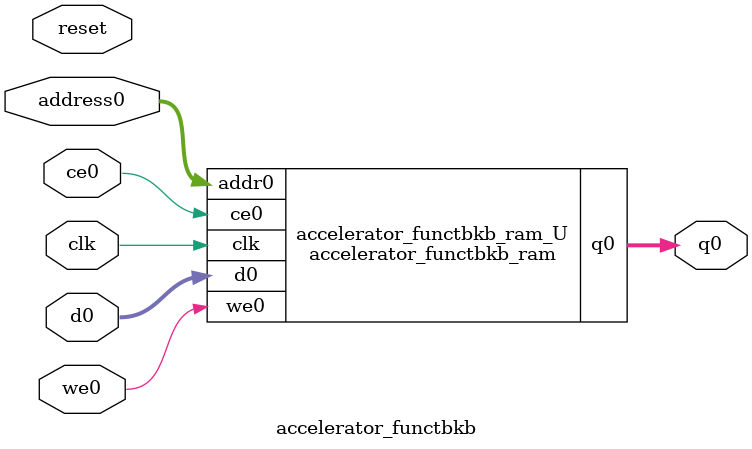
<source format=v>

`timescale 1 ns / 1 ps
module accelerator_functbkb_ram (addr0, ce0, d0, we0, q0,  clk);

parameter DWIDTH = 32;
parameter AWIDTH = 17;
parameter MEM_SIZE = 78400;

input[AWIDTH-1:0] addr0;
input ce0;
input[DWIDTH-1:0] d0;
input we0;
output reg[DWIDTH-1:0] q0;
input clk;

(* ram_style = "block" *)reg [DWIDTH-1:0] ram[0:MEM_SIZE-1];




always @(posedge clk)  
begin 
    if (ce0) 
    begin
        if (we0) 
        begin 
            ram[addr0] <= d0; 
            q0 <= d0;
        end 
        else 
            q0 <= ram[addr0];
    end
end


endmodule


`timescale 1 ns / 1 ps
module accelerator_functbkb(
    reset,
    clk,
    address0,
    ce0,
    we0,
    d0,
    q0);

parameter DataWidth = 32'd32;
parameter AddressRange = 32'd78400;
parameter AddressWidth = 32'd17;
input reset;
input clk;
input[AddressWidth - 1:0] address0;
input ce0;
input we0;
input[DataWidth - 1:0] d0;
output[DataWidth - 1:0] q0;



accelerator_functbkb_ram accelerator_functbkb_ram_U(
    .clk( clk ),
    .addr0( address0 ),
    .ce0( ce0 ),
    .we0( we0 ),
    .d0( d0 ),
    .q0( q0 ));

endmodule


</source>
